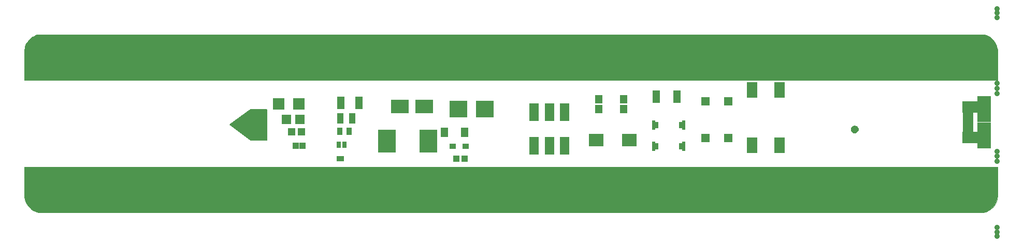
<source format=gbr>
G04 #@! TF.GenerationSoftware,KiCad,Pcbnew,5.0.0-rc2-dev-unknown-44bf92a~82~ubuntu16.04.1*
G04 #@! TF.CreationDate,2018-05-20T23:56:59+01:00*
G04 #@! TF.ProjectId,ruler,72756C65722E6B696361645F70636200,rev?*
G04 #@! TF.SameCoordinates,Original*
G04 #@! TF.FileFunction,Soldermask,Top*
G04 #@! TF.FilePolarity,Negative*
%FSLAX45Y45*%
G04 Gerber Fmt 4.5, Leading zero omitted, Abs format (unit mm)*
G04 Created by KiCad (PCBNEW 5.0.0-rc2-dev-unknown-44bf92a~82~ubuntu16.04.1) date Sun May 20 23:56:59 2018*
%MOMM*%
%LPD*%
G01*
G04 APERTURE LIST*
%ADD10C,0.010000*%
%ADD11C,0.150000*%
%ADD12C,0.900000*%
%ADD13R,1.779220X0.849580*%
%ADD14R,2.500580X1.873200*%
%ADD15R,2.297380X2.774900*%
%ADD16R,2.297380X1.573480*%
%ADD17R,1.900000X1.900000*%
%ADD18R,1.600000X1.600000*%
%ADD19R,1.200000X1.200000*%
%ADD20R,1.000000X1.100000*%
%ADD21R,1.100000X1.700000*%
%ADD22R,0.900000X1.300000*%
%ADD23R,0.800000X1.000000*%
%ADD24R,0.680000X0.830000*%
%ADD25R,1.200000X2.100000*%
%ADD26R,1.800000X2.500000*%
%ADD27R,1.300000X1.400000*%
%ADD28R,1.300000X2.100000*%
%ADD29R,1.000000X0.850000*%
%ADD30R,1.300000X1.600000*%
%ADD31R,2.900000X3.700000*%
%ADD32R,2.900000X2.700000*%
%ADD33R,2.900000X2.200000*%
%ADD34R,1.600000X2.900000*%
%ADD35R,0.600000X1.500000*%
%ADD36R,0.900000X1.100000*%
%ADD37R,2.400000X2.000000*%
%ADD38C,1.400000*%
%ADD39R,1.400760X1.400760*%
G04 APERTURE END LIST*
D10*
G36*
X22232390Y-9046788D02*
X22255744Y-9053988D01*
X22278624Y-9063547D01*
X22300784Y-9075298D01*
X22321980Y-9089069D01*
X22341966Y-9104693D01*
X22360495Y-9121999D01*
X22377324Y-9140818D01*
X22387065Y-9153546D01*
X22401270Y-9175149D01*
X22413304Y-9197436D01*
X22423290Y-9220704D01*
X22431351Y-9245246D01*
X22437610Y-9271358D01*
X22438759Y-9277350D01*
X22439077Y-9279113D01*
X22439370Y-9280857D01*
X22439637Y-9282695D01*
X22439881Y-9284737D01*
X22440103Y-9287093D01*
X22440304Y-9289877D01*
X22440486Y-9293197D01*
X22440649Y-9297166D01*
X22440795Y-9301893D01*
X22440926Y-9307492D01*
X22441042Y-9314071D01*
X22441145Y-9321744D01*
X22441236Y-9330619D01*
X22441317Y-9340809D01*
X22441388Y-9352425D01*
X22441452Y-9365577D01*
X22441509Y-9380377D01*
X22441560Y-9396935D01*
X22441608Y-9415364D01*
X22441653Y-9435773D01*
X22441696Y-9458274D01*
X22441739Y-9482977D01*
X22441784Y-9509995D01*
X22441831Y-9539437D01*
X22441832Y-9540558D01*
X22442225Y-9789160D01*
X6536617Y-9789160D01*
X6537073Y-9541193D01*
X6537128Y-9511686D01*
X6537180Y-9484608D01*
X6537230Y-9459847D01*
X6537280Y-9437293D01*
X6537331Y-9416834D01*
X6537384Y-9398358D01*
X6537441Y-9381755D01*
X6537503Y-9366913D01*
X6537571Y-9353721D01*
X6537646Y-9342068D01*
X6537731Y-9331842D01*
X6537825Y-9322933D01*
X6537931Y-9315228D01*
X6538049Y-9308617D01*
X6538182Y-9302989D01*
X6538330Y-9298231D01*
X6538494Y-9294234D01*
X6538677Y-9290885D01*
X6538878Y-9288074D01*
X6539100Y-9285689D01*
X6539344Y-9283619D01*
X6539611Y-9281752D01*
X6539902Y-9279978D01*
X6540142Y-9278620D01*
X6546271Y-9250883D01*
X6554486Y-9224582D01*
X6564806Y-9199680D01*
X6577248Y-9176141D01*
X6591828Y-9153928D01*
X6608563Y-9133004D01*
X6608912Y-9132607D01*
X6627670Y-9113176D01*
X6647811Y-9095863D01*
X6669291Y-9080698D01*
X6692065Y-9067707D01*
X6716089Y-9056919D01*
X6741317Y-9048362D01*
X6744970Y-9047336D01*
X6758305Y-9043685D01*
X14489200Y-9043677D01*
X22220095Y-9043670D01*
X22232390Y-9046788D01*
X22232390Y-9046788D01*
G37*
X22232390Y-9046788D02*
X22255744Y-9053988D01*
X22278624Y-9063547D01*
X22300784Y-9075298D01*
X22321980Y-9089069D01*
X22341966Y-9104693D01*
X22360495Y-9121999D01*
X22377324Y-9140818D01*
X22387065Y-9153546D01*
X22401270Y-9175149D01*
X22413304Y-9197436D01*
X22423290Y-9220704D01*
X22431351Y-9245246D01*
X22437610Y-9271358D01*
X22438759Y-9277350D01*
X22439077Y-9279113D01*
X22439370Y-9280857D01*
X22439637Y-9282695D01*
X22439881Y-9284737D01*
X22440103Y-9287093D01*
X22440304Y-9289877D01*
X22440486Y-9293197D01*
X22440649Y-9297166D01*
X22440795Y-9301893D01*
X22440926Y-9307492D01*
X22441042Y-9314071D01*
X22441145Y-9321744D01*
X22441236Y-9330619D01*
X22441317Y-9340809D01*
X22441388Y-9352425D01*
X22441452Y-9365577D01*
X22441509Y-9380377D01*
X22441560Y-9396935D01*
X22441608Y-9415364D01*
X22441653Y-9435773D01*
X22441696Y-9458274D01*
X22441739Y-9482977D01*
X22441784Y-9509995D01*
X22441831Y-9539437D01*
X22441832Y-9540558D01*
X22442225Y-9789160D01*
X6536617Y-9789160D01*
X6537073Y-9541193D01*
X6537128Y-9511686D01*
X6537180Y-9484608D01*
X6537230Y-9459847D01*
X6537280Y-9437293D01*
X6537331Y-9416834D01*
X6537384Y-9398358D01*
X6537441Y-9381755D01*
X6537503Y-9366913D01*
X6537571Y-9353721D01*
X6537646Y-9342068D01*
X6537731Y-9331842D01*
X6537825Y-9322933D01*
X6537931Y-9315228D01*
X6538049Y-9308617D01*
X6538182Y-9302989D01*
X6538330Y-9298231D01*
X6538494Y-9294234D01*
X6538677Y-9290885D01*
X6538878Y-9288074D01*
X6539100Y-9285689D01*
X6539344Y-9283619D01*
X6539611Y-9281752D01*
X6539902Y-9279978D01*
X6540142Y-9278620D01*
X6546271Y-9250883D01*
X6554486Y-9224582D01*
X6564806Y-9199680D01*
X6577248Y-9176141D01*
X6591828Y-9153928D01*
X6608563Y-9133004D01*
X6608912Y-9132607D01*
X6627670Y-9113176D01*
X6647811Y-9095863D01*
X6669291Y-9080698D01*
X6692065Y-9067707D01*
X6716089Y-9056919D01*
X6741317Y-9048362D01*
X6744970Y-9047336D01*
X6758305Y-9043685D01*
X14489200Y-9043677D01*
X22220095Y-9043670D01*
X22232390Y-9046788D01*
G36*
X20116119Y-10538306D02*
X20127130Y-10541493D01*
X20137225Y-10546662D01*
X20146140Y-10553633D01*
X20153610Y-10562224D01*
X20159369Y-10572254D01*
X20163153Y-10583543D01*
X20163914Y-10587459D01*
X20164537Y-10599032D01*
X20162813Y-10610413D01*
X20158927Y-10621257D01*
X20153068Y-10631217D01*
X20145421Y-10639946D01*
X20136175Y-10647099D01*
X20129838Y-10650535D01*
X20125677Y-10652353D01*
X20122073Y-10653547D01*
X20118238Y-10654269D01*
X20113383Y-10654671D01*
X20107275Y-10654891D01*
X20098530Y-10654888D01*
X20091905Y-10654371D01*
X20088225Y-10653583D01*
X20076710Y-10648556D01*
X20066789Y-10641749D01*
X20058605Y-10633406D01*
X20052306Y-10623776D01*
X20048035Y-10613104D01*
X20045939Y-10601636D01*
X20046163Y-10589618D01*
X20047096Y-10583925D01*
X20050260Y-10573647D01*
X20055338Y-10564388D01*
X20062630Y-10555616D01*
X20063364Y-10554874D01*
X20072119Y-10547379D01*
X20081316Y-10542123D01*
X20091486Y-10538808D01*
X20092415Y-10538606D01*
X20104460Y-10537283D01*
X20116119Y-10538306D01*
X20116119Y-10538306D01*
G37*
X20116119Y-10538306D02*
X20127130Y-10541493D01*
X20137225Y-10546662D01*
X20146140Y-10553633D01*
X20153610Y-10562224D01*
X20159369Y-10572254D01*
X20163153Y-10583543D01*
X20163914Y-10587459D01*
X20164537Y-10599032D01*
X20162813Y-10610413D01*
X20158927Y-10621257D01*
X20153068Y-10631217D01*
X20145421Y-10639946D01*
X20136175Y-10647099D01*
X20129838Y-10650535D01*
X20125677Y-10652353D01*
X20122073Y-10653547D01*
X20118238Y-10654269D01*
X20113383Y-10654671D01*
X20107275Y-10654891D01*
X20098530Y-10654888D01*
X20091905Y-10654371D01*
X20088225Y-10653583D01*
X20076710Y-10648556D01*
X20066789Y-10641749D01*
X20058605Y-10633406D01*
X20052306Y-10623776D01*
X20048035Y-10613104D01*
X20045939Y-10601636D01*
X20046163Y-10589618D01*
X20047096Y-10583925D01*
X20050260Y-10573647D01*
X20055338Y-10564388D01*
X20062630Y-10555616D01*
X20063364Y-10554874D01*
X20072119Y-10547379D01*
X20081316Y-10542123D01*
X20091486Y-10538808D01*
X20092415Y-10538606D01*
X20104460Y-10537283D01*
X20116119Y-10538306D01*
G36*
X22442170Y-11454648D02*
X22442171Y-11484548D01*
X22442172Y-11512024D01*
X22442169Y-11537191D01*
X22442160Y-11560167D01*
X22442140Y-11581067D01*
X22442107Y-11600007D01*
X22442058Y-11617103D01*
X22441988Y-11632471D01*
X22441895Y-11646227D01*
X22441776Y-11658488D01*
X22441627Y-11669369D01*
X22441445Y-11678986D01*
X22441226Y-11687455D01*
X22440968Y-11694892D01*
X22440666Y-11701414D01*
X22440319Y-11707136D01*
X22439921Y-11712174D01*
X22439471Y-11716645D01*
X22438965Y-11720664D01*
X22438399Y-11724348D01*
X22437771Y-11727812D01*
X22437076Y-11731172D01*
X22436312Y-11734544D01*
X22435476Y-11738046D01*
X22434563Y-11741791D01*
X22433949Y-11744325D01*
X22426355Y-11770603D01*
X22416590Y-11795635D01*
X22404743Y-11819329D01*
X22390905Y-11841591D01*
X22375166Y-11862328D01*
X22357616Y-11881449D01*
X22338346Y-11898859D01*
X22317444Y-11914466D01*
X22295002Y-11928178D01*
X22271110Y-11939901D01*
X22245857Y-11949542D01*
X22230080Y-11954292D01*
X22212935Y-11958955D01*
X14493240Y-11959158D01*
X14319064Y-11959163D01*
X14147411Y-11959167D01*
X13978263Y-11959171D01*
X13811604Y-11959175D01*
X13647417Y-11959178D01*
X13485684Y-11959182D01*
X13326389Y-11959185D01*
X13169513Y-11959188D01*
X13015041Y-11959191D01*
X12862955Y-11959193D01*
X12713237Y-11959195D01*
X12565871Y-11959197D01*
X12420840Y-11959199D01*
X12278127Y-11959200D01*
X12137713Y-11959202D01*
X11999584Y-11959202D01*
X11863720Y-11959203D01*
X11730105Y-11959204D01*
X11598722Y-11959204D01*
X11469554Y-11959203D01*
X11342584Y-11959203D01*
X11217794Y-11959202D01*
X11095168Y-11959201D01*
X10974688Y-11959200D01*
X10856337Y-11959198D01*
X10740099Y-11959197D01*
X10625955Y-11959194D01*
X10513889Y-11959192D01*
X10403885Y-11959189D01*
X10295923Y-11959186D01*
X10189989Y-11959183D01*
X10086063Y-11959179D01*
X9984130Y-11959175D01*
X9884173Y-11959171D01*
X9786173Y-11959166D01*
X9690114Y-11959161D01*
X9595979Y-11959156D01*
X9503751Y-11959150D01*
X9413413Y-11959144D01*
X9324947Y-11959137D01*
X9238336Y-11959131D01*
X9153564Y-11959124D01*
X9070613Y-11959116D01*
X8989465Y-11959109D01*
X8910105Y-11959101D01*
X8832515Y-11959092D01*
X8756677Y-11959083D01*
X8682575Y-11959074D01*
X8610191Y-11959065D01*
X8539509Y-11959055D01*
X8470511Y-11959044D01*
X8403180Y-11959034D01*
X8337499Y-11959023D01*
X8273451Y-11959011D01*
X8211019Y-11958999D01*
X8150185Y-11958987D01*
X8090933Y-11958974D01*
X8033246Y-11958961D01*
X7977105Y-11958948D01*
X7922495Y-11958934D01*
X7869398Y-11958920D01*
X7817797Y-11958905D01*
X7767675Y-11958890D01*
X7719015Y-11958875D01*
X7671799Y-11958859D01*
X7626011Y-11958842D01*
X7581633Y-11958826D01*
X7538648Y-11958809D01*
X7497040Y-11958791D01*
X7456790Y-11958773D01*
X7417883Y-11958754D01*
X7380300Y-11958735D01*
X7344025Y-11958716D01*
X7309041Y-11958696D01*
X7275330Y-11958676D01*
X7242875Y-11958655D01*
X7211660Y-11958634D01*
X7181667Y-11958612D01*
X7152879Y-11958590D01*
X7125278Y-11958567D01*
X7098849Y-11958544D01*
X7073573Y-11958521D01*
X7049434Y-11958497D01*
X7026414Y-11958472D01*
X7004497Y-11958447D01*
X6983664Y-11958422D01*
X6963900Y-11958396D01*
X6945187Y-11958369D01*
X6927508Y-11958342D01*
X6910845Y-11958315D01*
X6895182Y-11958287D01*
X6880501Y-11958258D01*
X6866786Y-11958229D01*
X6854020Y-11958200D01*
X6842184Y-11958170D01*
X6831262Y-11958139D01*
X6821238Y-11958108D01*
X6812093Y-11958076D01*
X6803811Y-11958044D01*
X6796374Y-11958011D01*
X6789766Y-11957978D01*
X6783970Y-11957944D01*
X6778967Y-11957910D01*
X6774742Y-11957875D01*
X6771277Y-11957840D01*
X6768554Y-11957804D01*
X6766558Y-11957767D01*
X6765270Y-11957730D01*
X6764673Y-11957692D01*
X6764655Y-11957689D01*
X6740988Y-11952004D01*
X6717442Y-11943930D01*
X6694335Y-11933610D01*
X6671982Y-11921187D01*
X6650701Y-11906805D01*
X6648450Y-11905118D01*
X6641386Y-11899360D01*
X6633294Y-11892089D01*
X6624679Y-11883818D01*
X6616045Y-11875059D01*
X6607899Y-11866324D01*
X6600745Y-11858126D01*
X6595251Y-11851195D01*
X6582239Y-11832321D01*
X6571082Y-11813321D01*
X6561597Y-11793765D01*
X6553601Y-11773225D01*
X6546912Y-11751271D01*
X6541348Y-11727474D01*
X6540165Y-11721465D01*
X6539848Y-11719769D01*
X6539556Y-11718079D01*
X6539290Y-11716284D01*
X6539046Y-11714274D01*
X6538825Y-11711936D01*
X6538625Y-11709160D01*
X6538444Y-11705834D01*
X6538281Y-11701847D01*
X6538135Y-11697088D01*
X6538004Y-11691446D01*
X6537888Y-11684808D01*
X6537784Y-11677065D01*
X6537691Y-11668105D01*
X6537609Y-11657815D01*
X6537536Y-11646087D01*
X6537470Y-11632807D01*
X6537410Y-11617864D01*
X6537356Y-11601149D01*
X6537304Y-11582548D01*
X6537255Y-11561951D01*
X6537207Y-11539248D01*
X6537158Y-11514325D01*
X6537107Y-11487073D01*
X6537060Y-11460797D01*
X6536616Y-11214100D01*
X22442170Y-11214100D01*
X22442170Y-11454648D01*
X22442170Y-11454648D01*
G37*
X22442170Y-11454648D02*
X22442171Y-11484548D01*
X22442172Y-11512024D01*
X22442169Y-11537191D01*
X22442160Y-11560167D01*
X22442140Y-11581067D01*
X22442107Y-11600007D01*
X22442058Y-11617103D01*
X22441988Y-11632471D01*
X22441895Y-11646227D01*
X22441776Y-11658488D01*
X22441627Y-11669369D01*
X22441445Y-11678986D01*
X22441226Y-11687455D01*
X22440968Y-11694892D01*
X22440666Y-11701414D01*
X22440319Y-11707136D01*
X22439921Y-11712174D01*
X22439471Y-11716645D01*
X22438965Y-11720664D01*
X22438399Y-11724348D01*
X22437771Y-11727812D01*
X22437076Y-11731172D01*
X22436312Y-11734544D01*
X22435476Y-11738046D01*
X22434563Y-11741791D01*
X22433949Y-11744325D01*
X22426355Y-11770603D01*
X22416590Y-11795635D01*
X22404743Y-11819329D01*
X22390905Y-11841591D01*
X22375166Y-11862328D01*
X22357616Y-11881449D01*
X22338346Y-11898859D01*
X22317444Y-11914466D01*
X22295002Y-11928178D01*
X22271110Y-11939901D01*
X22245857Y-11949542D01*
X22230080Y-11954292D01*
X22212935Y-11958955D01*
X14493240Y-11959158D01*
X14319064Y-11959163D01*
X14147411Y-11959167D01*
X13978263Y-11959171D01*
X13811604Y-11959175D01*
X13647417Y-11959178D01*
X13485684Y-11959182D01*
X13326389Y-11959185D01*
X13169513Y-11959188D01*
X13015041Y-11959191D01*
X12862955Y-11959193D01*
X12713237Y-11959195D01*
X12565871Y-11959197D01*
X12420840Y-11959199D01*
X12278127Y-11959200D01*
X12137713Y-11959202D01*
X11999584Y-11959202D01*
X11863720Y-11959203D01*
X11730105Y-11959204D01*
X11598722Y-11959204D01*
X11469554Y-11959203D01*
X11342584Y-11959203D01*
X11217794Y-11959202D01*
X11095168Y-11959201D01*
X10974688Y-11959200D01*
X10856337Y-11959198D01*
X10740099Y-11959197D01*
X10625955Y-11959194D01*
X10513889Y-11959192D01*
X10403885Y-11959189D01*
X10295923Y-11959186D01*
X10189989Y-11959183D01*
X10086063Y-11959179D01*
X9984130Y-11959175D01*
X9884173Y-11959171D01*
X9786173Y-11959166D01*
X9690114Y-11959161D01*
X9595979Y-11959156D01*
X9503751Y-11959150D01*
X9413413Y-11959144D01*
X9324947Y-11959137D01*
X9238336Y-11959131D01*
X9153564Y-11959124D01*
X9070613Y-11959116D01*
X8989465Y-11959109D01*
X8910105Y-11959101D01*
X8832515Y-11959092D01*
X8756677Y-11959083D01*
X8682575Y-11959074D01*
X8610191Y-11959065D01*
X8539509Y-11959055D01*
X8470511Y-11959044D01*
X8403180Y-11959034D01*
X8337499Y-11959023D01*
X8273451Y-11959011D01*
X8211019Y-11958999D01*
X8150185Y-11958987D01*
X8090933Y-11958974D01*
X8033246Y-11958961D01*
X7977105Y-11958948D01*
X7922495Y-11958934D01*
X7869398Y-11958920D01*
X7817797Y-11958905D01*
X7767675Y-11958890D01*
X7719015Y-11958875D01*
X7671799Y-11958859D01*
X7626011Y-11958842D01*
X7581633Y-11958826D01*
X7538648Y-11958809D01*
X7497040Y-11958791D01*
X7456790Y-11958773D01*
X7417883Y-11958754D01*
X7380300Y-11958735D01*
X7344025Y-11958716D01*
X7309041Y-11958696D01*
X7275330Y-11958676D01*
X7242875Y-11958655D01*
X7211660Y-11958634D01*
X7181667Y-11958612D01*
X7152879Y-11958590D01*
X7125278Y-11958567D01*
X7098849Y-11958544D01*
X7073573Y-11958521D01*
X7049434Y-11958497D01*
X7026414Y-11958472D01*
X7004497Y-11958447D01*
X6983664Y-11958422D01*
X6963900Y-11958396D01*
X6945187Y-11958369D01*
X6927508Y-11958342D01*
X6910845Y-11958315D01*
X6895182Y-11958287D01*
X6880501Y-11958258D01*
X6866786Y-11958229D01*
X6854020Y-11958200D01*
X6842184Y-11958170D01*
X6831262Y-11958139D01*
X6821238Y-11958108D01*
X6812093Y-11958076D01*
X6803811Y-11958044D01*
X6796374Y-11958011D01*
X6789766Y-11957978D01*
X6783970Y-11957944D01*
X6778967Y-11957910D01*
X6774742Y-11957875D01*
X6771277Y-11957840D01*
X6768554Y-11957804D01*
X6766558Y-11957767D01*
X6765270Y-11957730D01*
X6764673Y-11957692D01*
X6764655Y-11957689D01*
X6740988Y-11952004D01*
X6717442Y-11943930D01*
X6694335Y-11933610D01*
X6671982Y-11921187D01*
X6650701Y-11906805D01*
X6648450Y-11905118D01*
X6641386Y-11899360D01*
X6633294Y-11892089D01*
X6624679Y-11883818D01*
X6616045Y-11875059D01*
X6607899Y-11866324D01*
X6600745Y-11858126D01*
X6595251Y-11851195D01*
X6582239Y-11832321D01*
X6571082Y-11813321D01*
X6561597Y-11793765D01*
X6553601Y-11773225D01*
X6546912Y-11751271D01*
X6541348Y-11727474D01*
X6540165Y-11721465D01*
X6539848Y-11719769D01*
X6539556Y-11718079D01*
X6539290Y-11716284D01*
X6539046Y-11714274D01*
X6538825Y-11711936D01*
X6538625Y-11709160D01*
X6538444Y-11705834D01*
X6538281Y-11701847D01*
X6538135Y-11697088D01*
X6538004Y-11691446D01*
X6537888Y-11684808D01*
X6537784Y-11677065D01*
X6537691Y-11668105D01*
X6537609Y-11657815D01*
X6537536Y-11646087D01*
X6537470Y-11632807D01*
X6537410Y-11617864D01*
X6537356Y-11601149D01*
X6537304Y-11582548D01*
X6537255Y-11561951D01*
X6537207Y-11539248D01*
X6537158Y-11514325D01*
X6537107Y-11487073D01*
X6537060Y-11460797D01*
X6536616Y-11214100D01*
X22442170Y-11214100D01*
X22442170Y-11454648D01*
D11*
G36*
X10236084Y-10771000D02*
X9896084Y-10521000D01*
X10236084Y-10271000D01*
X10236084Y-10771000D01*
G37*
X10236084Y-10771000D02*
X9896084Y-10521000D01*
X10236084Y-10271000D01*
X10236084Y-10771000D01*
G36*
X10496084Y-10651000D02*
X10496084Y-10271000D01*
X10266084Y-10271000D01*
X10266084Y-10771000D01*
X10496084Y-10771000D01*
X10496084Y-10651000D01*
G37*
X10496084Y-10651000D02*
X10496084Y-10271000D01*
X10266084Y-10271000D01*
X10266084Y-10771000D01*
X10496084Y-10771000D01*
X10496084Y-10651000D01*
G36*
X10236084Y-10271000D02*
X10268084Y-10271000D01*
X10268084Y-10771000D01*
X10236084Y-10771000D01*
X10236084Y-10271000D01*
G37*
X10236084Y-10271000D02*
X10268084Y-10271000D01*
X10268084Y-10771000D01*
X10236084Y-10771000D01*
X10236084Y-10271000D01*
D12*
X22436147Y-11122735D03*
X22436147Y-11039701D03*
X22436147Y-10956668D03*
X22436147Y-10008899D03*
X22436147Y-9925864D03*
X22436147Y-9842831D03*
X22436147Y-12207162D03*
X22436147Y-12351736D03*
X22436147Y-12279449D03*
X22436147Y-8621102D03*
X22436147Y-8765676D03*
X22436147Y-8693389D03*
D13*
X21959062Y-10351272D03*
X21959062Y-10416296D03*
X21959062Y-10481320D03*
X21959062Y-10546344D03*
X21959062Y-10611368D03*
D14*
X21995130Y-10727446D03*
X21995130Y-10235194D03*
D15*
X22225000Y-10772658D03*
X22225000Y-10189982D03*
D16*
X22225000Y-10397500D03*
X22225000Y-10565140D03*
D17*
X11026400Y-10179150D03*
X10696400Y-10179150D03*
D18*
X11041400Y-10433400D03*
X10821400Y-10433400D03*
D19*
X11061400Y-10640550D03*
X10901400Y-10640550D03*
D20*
X11081400Y-10865200D03*
X10971400Y-10865200D03*
D21*
X11892200Y-10421400D03*
X11702200Y-10421400D03*
D22*
X11842200Y-10628550D03*
X11692200Y-10628550D03*
D23*
X11767200Y-10853200D03*
X11677200Y-10853200D03*
D24*
X11723200Y-11081800D03*
X11671200Y-11081800D03*
D25*
X17202000Y-10066000D03*
X16862000Y-10066000D03*
D26*
X18878000Y-10862000D03*
X18428000Y-9952000D03*
X18878000Y-9952000D03*
X18428000Y-10862000D03*
D27*
X15924000Y-10105400D03*
X15924000Y-10265400D03*
X16334000Y-10105400D03*
X16334000Y-10265400D03*
D28*
X12002200Y-10167400D03*
X11712200Y-10167400D03*
D20*
X13735200Y-11074400D03*
X13595200Y-11074400D03*
D29*
X13534800Y-10871200D03*
X13744800Y-10871200D03*
D30*
X13398600Y-10642600D03*
X13728600Y-10642600D03*
D31*
X12460000Y-10790000D03*
X13140000Y-10790000D03*
D32*
X13628000Y-10261600D03*
X14058000Y-10261600D03*
D33*
X12670000Y-10220000D03*
X13070000Y-10220000D03*
D34*
X14870000Y-10315000D03*
X15120000Y-10315000D03*
X15370000Y-10315000D03*
X15370000Y-10865000D03*
X15120000Y-10865000D03*
X14870000Y-10865000D03*
D35*
X17316500Y-10876000D03*
X16821500Y-10526000D03*
X17316500Y-10526000D03*
X16821500Y-10876000D03*
D36*
X17281500Y-10876000D03*
X16856500Y-10876000D03*
X17281500Y-10526000D03*
X16856500Y-10526000D03*
D37*
X16424400Y-10770000D03*
X15884400Y-10770000D03*
D38*
X10166074Y-10521000D03*
D11*
G36*
X10236074Y-10591000D02*
X10236074Y-10451000D01*
X10096074Y-10451000D01*
X10096074Y-10591000D01*
X10236074Y-10591000D01*
X10236074Y-10591000D01*
X10236074Y-10591000D01*
G37*
D38*
X10336000Y-10521000D03*
D11*
G36*
X10266084Y-10524435D02*
X10266758Y-10531271D01*
X10268098Y-10538009D01*
X10270092Y-10544582D01*
X10272721Y-10550929D01*
X10275959Y-10556987D01*
X10279776Y-10562699D01*
X10284133Y-10568009D01*
X10288991Y-10572867D01*
X10294301Y-10577225D01*
X10300013Y-10581041D01*
X10306071Y-10584279D01*
X10312418Y-10586908D01*
X10318991Y-10588902D01*
X10325729Y-10590242D01*
X10332565Y-10590916D01*
X10339435Y-10590916D01*
X10346271Y-10590242D01*
X10353009Y-10588902D01*
X10359582Y-10586908D01*
X10365929Y-10584279D01*
X10371987Y-10581041D01*
X10377699Y-10577225D01*
X10383009Y-10572867D01*
X10387867Y-10568009D01*
X10392225Y-10562699D01*
X10396041Y-10556987D01*
X10399279Y-10550929D01*
X10401908Y-10544582D01*
X10403902Y-10538009D01*
X10405242Y-10531271D01*
X10405916Y-10524435D01*
X10405916Y-10517565D01*
X10405242Y-10510729D01*
X10403902Y-10503991D01*
X10401908Y-10497418D01*
X10399279Y-10491071D01*
X10396041Y-10485013D01*
X10392225Y-10479301D01*
X10387867Y-10473991D01*
X10383009Y-10469133D01*
X10377699Y-10464776D01*
X10371987Y-10460959D01*
X10365929Y-10457721D01*
X10359582Y-10455092D01*
X10353009Y-10453098D01*
X10346271Y-10451758D01*
X10339435Y-10451084D01*
X10332565Y-10451084D01*
X10325729Y-10451758D01*
X10318991Y-10453098D01*
X10312418Y-10455092D01*
X10306071Y-10457721D01*
X10300013Y-10460959D01*
X10294301Y-10464776D01*
X10288991Y-10469133D01*
X10284133Y-10473991D01*
X10279776Y-10479301D01*
X10275959Y-10485013D01*
X10272721Y-10491071D01*
X10270092Y-10497418D01*
X10268098Y-10503991D01*
X10266758Y-10510729D01*
X10266084Y-10517565D01*
X10266084Y-10524435D01*
X10266084Y-10524435D01*
G37*
D39*
X17671288Y-10139426D03*
X18041112Y-10739374D03*
X18041112Y-10139426D03*
X17671288Y-10739374D03*
M02*

</source>
